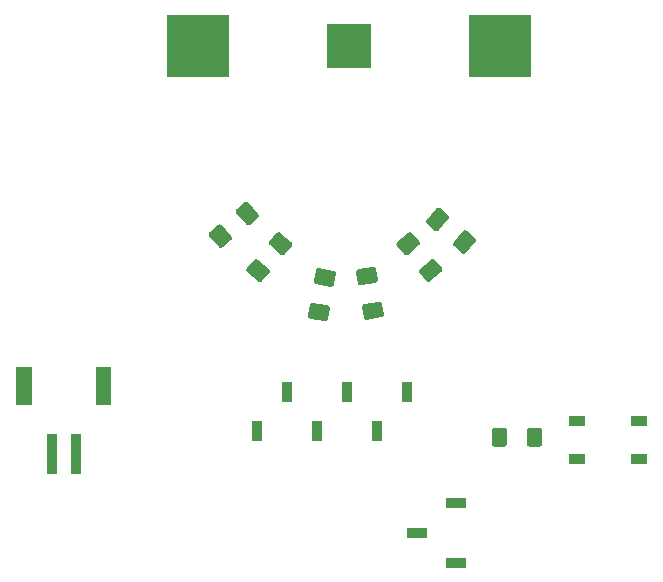
<source format=gbr>
G04 #@! TF.GenerationSoftware,KiCad,Pcbnew,5.1.5-52549c5~86~ubuntu18.04.1*
G04 #@! TF.CreationDate,2020-04-16T18:44:58-06:00*
G04 #@! TF.ProjectId,001,3030312e-6b69-4636-9164-5f7063625858,rev?*
G04 #@! TF.SameCoordinates,Original*
G04 #@! TF.FileFunction,Paste,Bot*
G04 #@! TF.FilePolarity,Positive*
%FSLAX46Y46*%
G04 Gerber Fmt 4.6, Leading zero omitted, Abs format (unit mm)*
G04 Created by KiCad (PCBNEW 5.1.5-52549c5~86~ubuntu18.04.1) date 2020-04-16 18:44:58*
%MOMM*%
%LPD*%
G04 APERTURE LIST*
%ADD10C,0.100000*%
%ADD11R,3.847600X3.847600*%
%ADD12R,5.347600X5.347600*%
%ADD13R,0.847600X3.347600*%
%ADD14R,1.747600X0.847600*%
%ADD15R,0.847600X1.747600*%
%ADD16R,1.397600X0.847600*%
G04 APERTURE END LIST*
D10*
G36*
X151638136Y-103550398D02*
G01*
X151661523Y-103553347D01*
X152860223Y-103764710D01*
X152883209Y-103769938D01*
X152905571Y-103777393D01*
X152927095Y-103787004D01*
X152947573Y-103798679D01*
X152966809Y-103812305D01*
X152984616Y-103827750D01*
X153000824Y-103844867D01*
X153015276Y-103863490D01*
X153027832Y-103883439D01*
X153038373Y-103904524D01*
X153046797Y-103926540D01*
X153053022Y-103949275D01*
X153056989Y-103972512D01*
X153058659Y-103996025D01*
X153058016Y-104019589D01*
X153055067Y-104042976D01*
X152900139Y-104921613D01*
X152894911Y-104944599D01*
X152887456Y-104966961D01*
X152877845Y-104988485D01*
X152866170Y-105008964D01*
X152852544Y-105028199D01*
X152837099Y-105046006D01*
X152819982Y-105062214D01*
X152801359Y-105076666D01*
X152781410Y-105089223D01*
X152760325Y-105099764D01*
X152738309Y-105108187D01*
X152715574Y-105114412D01*
X152692337Y-105118379D01*
X152668824Y-105120049D01*
X152645260Y-105119406D01*
X152621873Y-105116457D01*
X151423173Y-104905094D01*
X151400187Y-104899866D01*
X151377825Y-104892411D01*
X151356301Y-104882800D01*
X151335823Y-104871125D01*
X151316587Y-104857499D01*
X151298780Y-104842054D01*
X151282572Y-104824937D01*
X151268120Y-104806314D01*
X151255564Y-104786365D01*
X151245023Y-104765280D01*
X151236599Y-104743264D01*
X151230374Y-104720529D01*
X151226407Y-104697292D01*
X151224737Y-104673779D01*
X151225380Y-104650215D01*
X151228329Y-104626828D01*
X151383257Y-103748191D01*
X151388485Y-103725205D01*
X151395940Y-103702843D01*
X151405551Y-103681319D01*
X151417226Y-103660840D01*
X151430852Y-103641605D01*
X151446297Y-103623798D01*
X151463414Y-103607590D01*
X151482037Y-103593138D01*
X151501986Y-103580581D01*
X151523071Y-103570040D01*
X151545087Y-103561617D01*
X151567822Y-103555392D01*
X151591059Y-103551425D01*
X151614572Y-103549755D01*
X151638136Y-103550398D01*
G37*
G36*
X152154740Y-100620594D02*
G01*
X152178127Y-100623543D01*
X153376827Y-100834906D01*
X153399813Y-100840134D01*
X153422175Y-100847589D01*
X153443699Y-100857200D01*
X153464177Y-100868875D01*
X153483413Y-100882501D01*
X153501220Y-100897946D01*
X153517428Y-100915063D01*
X153531880Y-100933686D01*
X153544436Y-100953635D01*
X153554977Y-100974720D01*
X153563401Y-100996736D01*
X153569626Y-101019471D01*
X153573593Y-101042708D01*
X153575263Y-101066221D01*
X153574620Y-101089785D01*
X153571671Y-101113172D01*
X153416743Y-101991809D01*
X153411515Y-102014795D01*
X153404060Y-102037157D01*
X153394449Y-102058681D01*
X153382774Y-102079160D01*
X153369148Y-102098395D01*
X153353703Y-102116202D01*
X153336586Y-102132410D01*
X153317963Y-102146862D01*
X153298014Y-102159419D01*
X153276929Y-102169960D01*
X153254913Y-102178383D01*
X153232178Y-102184608D01*
X153208941Y-102188575D01*
X153185428Y-102190245D01*
X153161864Y-102189602D01*
X153138477Y-102186653D01*
X151939777Y-101975290D01*
X151916791Y-101970062D01*
X151894429Y-101962607D01*
X151872905Y-101952996D01*
X151852427Y-101941321D01*
X151833191Y-101927695D01*
X151815384Y-101912250D01*
X151799176Y-101895133D01*
X151784724Y-101876510D01*
X151772168Y-101856561D01*
X151761627Y-101835476D01*
X151753203Y-101813460D01*
X151746978Y-101790725D01*
X151743011Y-101767488D01*
X151741341Y-101743975D01*
X151741984Y-101720411D01*
X151744933Y-101697024D01*
X151899861Y-100818387D01*
X151905089Y-100795401D01*
X151912544Y-100773039D01*
X151922155Y-100751515D01*
X151933830Y-100731036D01*
X151947456Y-100711801D01*
X151962901Y-100693994D01*
X151980018Y-100677786D01*
X151998641Y-100663334D01*
X152018590Y-100650777D01*
X152039675Y-100640236D01*
X152061691Y-100631813D01*
X152084426Y-100625588D01*
X152107663Y-100621621D01*
X152131176Y-100619951D01*
X152154740Y-100620594D01*
G37*
G36*
X162261637Y-95520973D02*
G01*
X162284915Y-95524686D01*
X162307718Y-95530662D01*
X162329824Y-95538845D01*
X162351022Y-95549156D01*
X162371108Y-95561494D01*
X162389887Y-95575742D01*
X163073345Y-96149232D01*
X163090638Y-96165252D01*
X163106276Y-96182890D01*
X163120111Y-96201975D01*
X163132009Y-96222325D01*
X163141854Y-96243743D01*
X163149553Y-96266023D01*
X163155031Y-96288950D01*
X163158235Y-96312304D01*
X163159135Y-96335859D01*
X163157721Y-96359389D01*
X163154008Y-96382668D01*
X163148032Y-96405470D01*
X163139849Y-96427576D01*
X163129538Y-96448775D01*
X163117200Y-96468860D01*
X163102952Y-96487639D01*
X162320556Y-97420063D01*
X162304536Y-97437355D01*
X162286898Y-97452994D01*
X162267813Y-97466829D01*
X162247463Y-97478727D01*
X162226045Y-97488572D01*
X162203765Y-97496271D01*
X162180838Y-97501749D01*
X162157484Y-97504953D01*
X162133929Y-97505853D01*
X162110399Y-97504439D01*
X162087121Y-97500726D01*
X162064318Y-97494750D01*
X162042212Y-97486567D01*
X162021014Y-97476256D01*
X162000928Y-97463918D01*
X161982149Y-97449670D01*
X161298691Y-96876180D01*
X161281398Y-96860160D01*
X161265760Y-96842522D01*
X161251925Y-96823437D01*
X161240027Y-96803087D01*
X161230182Y-96781669D01*
X161222483Y-96759389D01*
X161217005Y-96736462D01*
X161213801Y-96713108D01*
X161212901Y-96689553D01*
X161214315Y-96666023D01*
X161218028Y-96642744D01*
X161224004Y-96619942D01*
X161232187Y-96597836D01*
X161242498Y-96576637D01*
X161254836Y-96556552D01*
X161269084Y-96537773D01*
X162051480Y-95605349D01*
X162067500Y-95588057D01*
X162085138Y-95572418D01*
X162104223Y-95558583D01*
X162124573Y-95546685D01*
X162145991Y-95536840D01*
X162168271Y-95529141D01*
X162191198Y-95523663D01*
X162214552Y-95520459D01*
X162238107Y-95519559D01*
X162261637Y-95520973D01*
G37*
G36*
X164540619Y-97433267D02*
G01*
X164563897Y-97436980D01*
X164586700Y-97442956D01*
X164608806Y-97451139D01*
X164630004Y-97461450D01*
X164650090Y-97473788D01*
X164668869Y-97488036D01*
X165352327Y-98061526D01*
X165369620Y-98077546D01*
X165385258Y-98095184D01*
X165399093Y-98114269D01*
X165410991Y-98134619D01*
X165420836Y-98156037D01*
X165428535Y-98178317D01*
X165434013Y-98201244D01*
X165437217Y-98224598D01*
X165438117Y-98248153D01*
X165436703Y-98271683D01*
X165432990Y-98294962D01*
X165427014Y-98317764D01*
X165418831Y-98339870D01*
X165408520Y-98361069D01*
X165396182Y-98381154D01*
X165381934Y-98399933D01*
X164599538Y-99332357D01*
X164583518Y-99349649D01*
X164565880Y-99365288D01*
X164546795Y-99379123D01*
X164526445Y-99391021D01*
X164505027Y-99400866D01*
X164482747Y-99408565D01*
X164459820Y-99414043D01*
X164436466Y-99417247D01*
X164412911Y-99418147D01*
X164389381Y-99416733D01*
X164366103Y-99413020D01*
X164343300Y-99407044D01*
X164321194Y-99398861D01*
X164299996Y-99388550D01*
X164279910Y-99376212D01*
X164261131Y-99361964D01*
X163577673Y-98788474D01*
X163560380Y-98772454D01*
X163544742Y-98754816D01*
X163530907Y-98735731D01*
X163519009Y-98715381D01*
X163509164Y-98693963D01*
X163501465Y-98671683D01*
X163495987Y-98648756D01*
X163492783Y-98625402D01*
X163491883Y-98601847D01*
X163493297Y-98578317D01*
X163497010Y-98555038D01*
X163502986Y-98532236D01*
X163511169Y-98510130D01*
X163521480Y-98488931D01*
X163533818Y-98468846D01*
X163548066Y-98450067D01*
X164330462Y-97517643D01*
X164346482Y-97500351D01*
X164364120Y-97484712D01*
X164383205Y-97470877D01*
X164403555Y-97458979D01*
X164424973Y-97449134D01*
X164447253Y-97441435D01*
X164470180Y-97435957D01*
X164493534Y-97432753D01*
X164517089Y-97431853D01*
X164540619Y-97433267D01*
G37*
G36*
X161811549Y-99862274D02*
G01*
X161834903Y-99865478D01*
X161857830Y-99870956D01*
X161880110Y-99878655D01*
X161901528Y-99888500D01*
X161921878Y-99900398D01*
X161940963Y-99914233D01*
X161958601Y-99929872D01*
X161974621Y-99947164D01*
X162548111Y-100630622D01*
X162562359Y-100649401D01*
X162574697Y-100669486D01*
X162585008Y-100690685D01*
X162593191Y-100712791D01*
X162599167Y-100735593D01*
X162602880Y-100758872D01*
X162604294Y-100782402D01*
X162603394Y-100805957D01*
X162600190Y-100829311D01*
X162594712Y-100852238D01*
X162587013Y-100874518D01*
X162577168Y-100895936D01*
X162565270Y-100916286D01*
X162551435Y-100935371D01*
X162535797Y-100953009D01*
X162518504Y-100969029D01*
X161586080Y-101751425D01*
X161567301Y-101765673D01*
X161547215Y-101778011D01*
X161526017Y-101788322D01*
X161503911Y-101796505D01*
X161481108Y-101802481D01*
X161457830Y-101806194D01*
X161434300Y-101807608D01*
X161410745Y-101806708D01*
X161387391Y-101803504D01*
X161364464Y-101798026D01*
X161342184Y-101790327D01*
X161320766Y-101780482D01*
X161300416Y-101768584D01*
X161281331Y-101754749D01*
X161263693Y-101739110D01*
X161247673Y-101721818D01*
X160674183Y-101038360D01*
X160659935Y-101019581D01*
X160647597Y-100999496D01*
X160637286Y-100978297D01*
X160629103Y-100956191D01*
X160623127Y-100933389D01*
X160619414Y-100910110D01*
X160618000Y-100886580D01*
X160618900Y-100863025D01*
X160622104Y-100839671D01*
X160627582Y-100816744D01*
X160635281Y-100794464D01*
X160645126Y-100773046D01*
X160657024Y-100752696D01*
X160670859Y-100733611D01*
X160686497Y-100715973D01*
X160703790Y-100699953D01*
X161636214Y-99917557D01*
X161654993Y-99903309D01*
X161675079Y-99890971D01*
X161696277Y-99880660D01*
X161718383Y-99872477D01*
X161741186Y-99866501D01*
X161764464Y-99862788D01*
X161787994Y-99861374D01*
X161811549Y-99862274D01*
G37*
G36*
X159899255Y-97583292D02*
G01*
X159922609Y-97586496D01*
X159945536Y-97591974D01*
X159967816Y-97599673D01*
X159989234Y-97609518D01*
X160009584Y-97621416D01*
X160028669Y-97635251D01*
X160046307Y-97650890D01*
X160062327Y-97668182D01*
X160635817Y-98351640D01*
X160650065Y-98370419D01*
X160662403Y-98390504D01*
X160672714Y-98411703D01*
X160680897Y-98433809D01*
X160686873Y-98456611D01*
X160690586Y-98479890D01*
X160692000Y-98503420D01*
X160691100Y-98526975D01*
X160687896Y-98550329D01*
X160682418Y-98573256D01*
X160674719Y-98595536D01*
X160664874Y-98616954D01*
X160652976Y-98637304D01*
X160639141Y-98656389D01*
X160623503Y-98674027D01*
X160606210Y-98690047D01*
X159673786Y-99472443D01*
X159655007Y-99486691D01*
X159634921Y-99499029D01*
X159613723Y-99509340D01*
X159591617Y-99517523D01*
X159568814Y-99523499D01*
X159545536Y-99527212D01*
X159522006Y-99528626D01*
X159498451Y-99527726D01*
X159475097Y-99524522D01*
X159452170Y-99519044D01*
X159429890Y-99511345D01*
X159408472Y-99501500D01*
X159388122Y-99489602D01*
X159369037Y-99475767D01*
X159351399Y-99460128D01*
X159335379Y-99442836D01*
X158761889Y-98759378D01*
X158747641Y-98740599D01*
X158735303Y-98720514D01*
X158724992Y-98699315D01*
X158716809Y-98677209D01*
X158710833Y-98654407D01*
X158707120Y-98631128D01*
X158705706Y-98607598D01*
X158706606Y-98584043D01*
X158709810Y-98560689D01*
X158715288Y-98537762D01*
X158722987Y-98515482D01*
X158732832Y-98494064D01*
X158744730Y-98473714D01*
X158758565Y-98454629D01*
X158774203Y-98436991D01*
X158791496Y-98420971D01*
X159723920Y-97638575D01*
X159742699Y-97624327D01*
X159762785Y-97611989D01*
X159783983Y-97601678D01*
X159806089Y-97593495D01*
X159828892Y-97587519D01*
X159852170Y-97583806D01*
X159875700Y-97582392D01*
X159899255Y-97583292D01*
G37*
G36*
X156756337Y-100520021D02*
G01*
X156779574Y-100523988D01*
X156802309Y-100530213D01*
X156824325Y-100538637D01*
X156845410Y-100549178D01*
X156865359Y-100561734D01*
X156883982Y-100576186D01*
X156901099Y-100592394D01*
X156916544Y-100610201D01*
X156930170Y-100629437D01*
X156941845Y-100649915D01*
X156951456Y-100671439D01*
X156958911Y-100693801D01*
X156964139Y-100716787D01*
X157119067Y-101595424D01*
X157122016Y-101618811D01*
X157122659Y-101642375D01*
X157120989Y-101665888D01*
X157117022Y-101689125D01*
X157110797Y-101711860D01*
X157102374Y-101733876D01*
X157091833Y-101754961D01*
X157079276Y-101774910D01*
X157064824Y-101793533D01*
X157048616Y-101810650D01*
X157030809Y-101826095D01*
X157011574Y-101839721D01*
X156991095Y-101851396D01*
X156969571Y-101861007D01*
X156947209Y-101868462D01*
X156924223Y-101873690D01*
X155725523Y-102085053D01*
X155702136Y-102088002D01*
X155678572Y-102088645D01*
X155655059Y-102086975D01*
X155631822Y-102083008D01*
X155609087Y-102076783D01*
X155587071Y-102068359D01*
X155565986Y-102057818D01*
X155546037Y-102045262D01*
X155527414Y-102030810D01*
X155510297Y-102014602D01*
X155494852Y-101996795D01*
X155481226Y-101977559D01*
X155469551Y-101957081D01*
X155459940Y-101935557D01*
X155452485Y-101913195D01*
X155447257Y-101890209D01*
X155292329Y-101011572D01*
X155289380Y-100988185D01*
X155288737Y-100964621D01*
X155290407Y-100941108D01*
X155294374Y-100917871D01*
X155300599Y-100895136D01*
X155309022Y-100873120D01*
X155319563Y-100852035D01*
X155332120Y-100832086D01*
X155346572Y-100813463D01*
X155362780Y-100796346D01*
X155380587Y-100780901D01*
X155399822Y-100767275D01*
X155420301Y-100755600D01*
X155441825Y-100745989D01*
X155464187Y-100738534D01*
X155487173Y-100733306D01*
X156685873Y-100521943D01*
X156709260Y-100518994D01*
X156732824Y-100518351D01*
X156756337Y-100520021D01*
G37*
G36*
X157272941Y-103449825D02*
G01*
X157296178Y-103453792D01*
X157318913Y-103460017D01*
X157340929Y-103468441D01*
X157362014Y-103478982D01*
X157381963Y-103491538D01*
X157400586Y-103505990D01*
X157417703Y-103522198D01*
X157433148Y-103540005D01*
X157446774Y-103559241D01*
X157458449Y-103579719D01*
X157468060Y-103601243D01*
X157475515Y-103623605D01*
X157480743Y-103646591D01*
X157635671Y-104525228D01*
X157638620Y-104548615D01*
X157639263Y-104572179D01*
X157637593Y-104595692D01*
X157633626Y-104618929D01*
X157627401Y-104641664D01*
X157618978Y-104663680D01*
X157608437Y-104684765D01*
X157595880Y-104704714D01*
X157581428Y-104723337D01*
X157565220Y-104740454D01*
X157547413Y-104755899D01*
X157528178Y-104769525D01*
X157507699Y-104781200D01*
X157486175Y-104790811D01*
X157463813Y-104798266D01*
X157440827Y-104803494D01*
X156242127Y-105014857D01*
X156218740Y-105017806D01*
X156195176Y-105018449D01*
X156171663Y-105016779D01*
X156148426Y-105012812D01*
X156125691Y-105006587D01*
X156103675Y-104998163D01*
X156082590Y-104987622D01*
X156062641Y-104975066D01*
X156044018Y-104960614D01*
X156026901Y-104944406D01*
X156011456Y-104926599D01*
X155997830Y-104907363D01*
X155986155Y-104886885D01*
X155976544Y-104865361D01*
X155969089Y-104842999D01*
X155963861Y-104820013D01*
X155808933Y-103941376D01*
X155805984Y-103917989D01*
X155805341Y-103894425D01*
X155807011Y-103870912D01*
X155810978Y-103847675D01*
X155817203Y-103824940D01*
X155825626Y-103802924D01*
X155836167Y-103781839D01*
X155848724Y-103761890D01*
X155863176Y-103743267D01*
X155879384Y-103726150D01*
X155897191Y-103710705D01*
X155916426Y-103697079D01*
X155936905Y-103685404D01*
X155958429Y-103675793D01*
X155980791Y-103668338D01*
X156003777Y-103663110D01*
X157202477Y-103451747D01*
X157225864Y-103448798D01*
X157249428Y-103448155D01*
X157272941Y-103449825D01*
G37*
G36*
X148757830Y-97583806D02*
G01*
X148781109Y-97587519D01*
X148803911Y-97593495D01*
X148826017Y-97601678D01*
X148847216Y-97611989D01*
X148867301Y-97624327D01*
X148886080Y-97638575D01*
X149818504Y-98420971D01*
X149835796Y-98436991D01*
X149851435Y-98454629D01*
X149865270Y-98473714D01*
X149877168Y-98494064D01*
X149887013Y-98515482D01*
X149894712Y-98537762D01*
X149900190Y-98560689D01*
X149903394Y-98584043D01*
X149904294Y-98607598D01*
X149902880Y-98631128D01*
X149899167Y-98654406D01*
X149893191Y-98677209D01*
X149885008Y-98699315D01*
X149874697Y-98720513D01*
X149862359Y-98740599D01*
X149848111Y-98759378D01*
X149274621Y-99442836D01*
X149258601Y-99460129D01*
X149240963Y-99475767D01*
X149221878Y-99489602D01*
X149201528Y-99501500D01*
X149180110Y-99511345D01*
X149157830Y-99519044D01*
X149134903Y-99524522D01*
X149111549Y-99527726D01*
X149087994Y-99528626D01*
X149064464Y-99527212D01*
X149041185Y-99523499D01*
X149018383Y-99517523D01*
X148996277Y-99509340D01*
X148975078Y-99499029D01*
X148954993Y-99486691D01*
X148936214Y-99472443D01*
X148003790Y-98690047D01*
X147986498Y-98674027D01*
X147970859Y-98656389D01*
X147957024Y-98637304D01*
X147945126Y-98616954D01*
X147935281Y-98595536D01*
X147927582Y-98573256D01*
X147922104Y-98550329D01*
X147918900Y-98526975D01*
X147918000Y-98503420D01*
X147919414Y-98479890D01*
X147923127Y-98456612D01*
X147929103Y-98433809D01*
X147937286Y-98411703D01*
X147947597Y-98390505D01*
X147959935Y-98370419D01*
X147974183Y-98351640D01*
X148547673Y-97668182D01*
X148563693Y-97650889D01*
X148581331Y-97635251D01*
X148600416Y-97621416D01*
X148620766Y-97609518D01*
X148642184Y-97599673D01*
X148664464Y-97591974D01*
X148687391Y-97586496D01*
X148710745Y-97583292D01*
X148734300Y-97582392D01*
X148757830Y-97583806D01*
G37*
G36*
X146845536Y-99862788D02*
G01*
X146868815Y-99866501D01*
X146891617Y-99872477D01*
X146913723Y-99880660D01*
X146934922Y-99890971D01*
X146955007Y-99903309D01*
X146973786Y-99917557D01*
X147906210Y-100699953D01*
X147923502Y-100715973D01*
X147939141Y-100733611D01*
X147952976Y-100752696D01*
X147964874Y-100773046D01*
X147974719Y-100794464D01*
X147982418Y-100816744D01*
X147987896Y-100839671D01*
X147991100Y-100863025D01*
X147992000Y-100886580D01*
X147990586Y-100910110D01*
X147986873Y-100933388D01*
X147980897Y-100956191D01*
X147972714Y-100978297D01*
X147962403Y-100999495D01*
X147950065Y-101019581D01*
X147935817Y-101038360D01*
X147362327Y-101721818D01*
X147346307Y-101739111D01*
X147328669Y-101754749D01*
X147309584Y-101768584D01*
X147289234Y-101780482D01*
X147267816Y-101790327D01*
X147245536Y-101798026D01*
X147222609Y-101803504D01*
X147199255Y-101806708D01*
X147175700Y-101807608D01*
X147152170Y-101806194D01*
X147128891Y-101802481D01*
X147106089Y-101796505D01*
X147083983Y-101788322D01*
X147062784Y-101778011D01*
X147042699Y-101765673D01*
X147023920Y-101751425D01*
X146091496Y-100969029D01*
X146074204Y-100953009D01*
X146058565Y-100935371D01*
X146044730Y-100916286D01*
X146032832Y-100895936D01*
X146022987Y-100874518D01*
X146015288Y-100852238D01*
X146009810Y-100829311D01*
X146006606Y-100805957D01*
X146005706Y-100782402D01*
X146007120Y-100758872D01*
X146010833Y-100735594D01*
X146016809Y-100712791D01*
X146024992Y-100690685D01*
X146035303Y-100669487D01*
X146047641Y-100649401D01*
X146061889Y-100630622D01*
X146635379Y-99947164D01*
X146651399Y-99929871D01*
X146669037Y-99914233D01*
X146688122Y-99900398D01*
X146708472Y-99888500D01*
X146729890Y-99878655D01*
X146752170Y-99870956D01*
X146775097Y-99865478D01*
X146798451Y-99862274D01*
X146822006Y-99861374D01*
X146845536Y-99862788D01*
G37*
G36*
X143760866Y-96924753D02*
G01*
X143784220Y-96927957D01*
X143807147Y-96933435D01*
X143829427Y-96941134D01*
X143850845Y-96950979D01*
X143871195Y-96962877D01*
X143890280Y-96976712D01*
X143907918Y-96992350D01*
X143923938Y-97009643D01*
X144706334Y-97942067D01*
X144720582Y-97960846D01*
X144732920Y-97980932D01*
X144743231Y-98002130D01*
X144751414Y-98024236D01*
X144757390Y-98047039D01*
X144761103Y-98070317D01*
X144762517Y-98093847D01*
X144761617Y-98117402D01*
X144758413Y-98140756D01*
X144752935Y-98163683D01*
X144745236Y-98185963D01*
X144735391Y-98207381D01*
X144723493Y-98227731D01*
X144709658Y-98246816D01*
X144694019Y-98264454D01*
X144676727Y-98280474D01*
X143993269Y-98853964D01*
X143974490Y-98868212D01*
X143954405Y-98880550D01*
X143933206Y-98890861D01*
X143911100Y-98899044D01*
X143888298Y-98905020D01*
X143865019Y-98908733D01*
X143841489Y-98910147D01*
X143817934Y-98909247D01*
X143794580Y-98906043D01*
X143771653Y-98900565D01*
X143749373Y-98892866D01*
X143727955Y-98883021D01*
X143707605Y-98871123D01*
X143688520Y-98857288D01*
X143670882Y-98841650D01*
X143654862Y-98824357D01*
X142872466Y-97891933D01*
X142858218Y-97873154D01*
X142845880Y-97853068D01*
X142835569Y-97831870D01*
X142827386Y-97809764D01*
X142821410Y-97786961D01*
X142817697Y-97763683D01*
X142816283Y-97740153D01*
X142817183Y-97716598D01*
X142820387Y-97693244D01*
X142825865Y-97670317D01*
X142833564Y-97648037D01*
X142843409Y-97626619D01*
X142855307Y-97606269D01*
X142869142Y-97587184D01*
X142884781Y-97569546D01*
X142902073Y-97553526D01*
X143585531Y-96980036D01*
X143604310Y-96965788D01*
X143624395Y-96953450D01*
X143645594Y-96943139D01*
X143667700Y-96934956D01*
X143690502Y-96928980D01*
X143713781Y-96925267D01*
X143737311Y-96923853D01*
X143760866Y-96924753D01*
G37*
G36*
X146039848Y-95012459D02*
G01*
X146063202Y-95015663D01*
X146086129Y-95021141D01*
X146108409Y-95028840D01*
X146129827Y-95038685D01*
X146150177Y-95050583D01*
X146169262Y-95064418D01*
X146186900Y-95080056D01*
X146202920Y-95097349D01*
X146985316Y-96029773D01*
X146999564Y-96048552D01*
X147011902Y-96068638D01*
X147022213Y-96089836D01*
X147030396Y-96111942D01*
X147036372Y-96134745D01*
X147040085Y-96158023D01*
X147041499Y-96181553D01*
X147040599Y-96205108D01*
X147037395Y-96228462D01*
X147031917Y-96251389D01*
X147024218Y-96273669D01*
X147014373Y-96295087D01*
X147002475Y-96315437D01*
X146988640Y-96334522D01*
X146973001Y-96352160D01*
X146955709Y-96368180D01*
X146272251Y-96941670D01*
X146253472Y-96955918D01*
X146233387Y-96968256D01*
X146212188Y-96978567D01*
X146190082Y-96986750D01*
X146167280Y-96992726D01*
X146144001Y-96996439D01*
X146120471Y-96997853D01*
X146096916Y-96996953D01*
X146073562Y-96993749D01*
X146050635Y-96988271D01*
X146028355Y-96980572D01*
X146006937Y-96970727D01*
X145986587Y-96958829D01*
X145967502Y-96944994D01*
X145949864Y-96929356D01*
X145933844Y-96912063D01*
X145151448Y-95979639D01*
X145137200Y-95960860D01*
X145124862Y-95940774D01*
X145114551Y-95919576D01*
X145106368Y-95897470D01*
X145100392Y-95874667D01*
X145096679Y-95851389D01*
X145095265Y-95827859D01*
X145096165Y-95804304D01*
X145099369Y-95780950D01*
X145104847Y-95758023D01*
X145112546Y-95735743D01*
X145122391Y-95714325D01*
X145134289Y-95693975D01*
X145148124Y-95674890D01*
X145163763Y-95657252D01*
X145181055Y-95641232D01*
X145864513Y-95067742D01*
X145883292Y-95053494D01*
X145903377Y-95041156D01*
X145924576Y-95030845D01*
X145946682Y-95022662D01*
X145969484Y-95016686D01*
X145992763Y-95012973D01*
X146016293Y-95011559D01*
X146039848Y-95012459D01*
G37*
D11*
X154686000Y-81788000D03*
D12*
X141886000Y-81788000D03*
X167486000Y-81788000D03*
D10*
G36*
X127861567Y-108987297D02*
G01*
X127863530Y-108987588D01*
X127865454Y-108988070D01*
X127867322Y-108988739D01*
X127869115Y-108989587D01*
X127870816Y-108990607D01*
X127872410Y-108991788D01*
X127873879Y-108993121D01*
X127875212Y-108994590D01*
X127876393Y-108996184D01*
X127877413Y-108997885D01*
X127878261Y-108999678D01*
X127878930Y-109001546D01*
X127879412Y-109003470D01*
X127879703Y-109005433D01*
X127879800Y-109007414D01*
X127879800Y-112214586D01*
X127879703Y-112216567D01*
X127879412Y-112218530D01*
X127878930Y-112220454D01*
X127878261Y-112222322D01*
X127877413Y-112224115D01*
X127876393Y-112225816D01*
X127875212Y-112227410D01*
X127873879Y-112228879D01*
X127872410Y-112230212D01*
X127870816Y-112231393D01*
X127869115Y-112232413D01*
X127867322Y-112233261D01*
X127865454Y-112233930D01*
X127863530Y-112234412D01*
X127861567Y-112234703D01*
X127859586Y-112234800D01*
X126552414Y-112234800D01*
X126550433Y-112234703D01*
X126548470Y-112234412D01*
X126546546Y-112233930D01*
X126544678Y-112233261D01*
X126542885Y-112232413D01*
X126541184Y-112231393D01*
X126539590Y-112230212D01*
X126538121Y-112228879D01*
X126536788Y-112227410D01*
X126535607Y-112225816D01*
X126534587Y-112224115D01*
X126533739Y-112222322D01*
X126533070Y-112220454D01*
X126532588Y-112218530D01*
X126532297Y-112216567D01*
X126532200Y-112214586D01*
X126532200Y-109007414D01*
X126532297Y-109005433D01*
X126532588Y-109003470D01*
X126533070Y-109001546D01*
X126533739Y-108999678D01*
X126534587Y-108997885D01*
X126535607Y-108996184D01*
X126536788Y-108994590D01*
X126538121Y-108993121D01*
X126539590Y-108991788D01*
X126541184Y-108990607D01*
X126542885Y-108989587D01*
X126544678Y-108988739D01*
X126546546Y-108988070D01*
X126548470Y-108987588D01*
X126550433Y-108987297D01*
X126552414Y-108987200D01*
X127859586Y-108987200D01*
X127861567Y-108987297D01*
G37*
G36*
X134561567Y-108987297D02*
G01*
X134563530Y-108987588D01*
X134565454Y-108988070D01*
X134567322Y-108988739D01*
X134569115Y-108989587D01*
X134570816Y-108990607D01*
X134572410Y-108991788D01*
X134573879Y-108993121D01*
X134575212Y-108994590D01*
X134576393Y-108996184D01*
X134577413Y-108997885D01*
X134578261Y-108999678D01*
X134578930Y-109001546D01*
X134579412Y-109003470D01*
X134579703Y-109005433D01*
X134579800Y-109007414D01*
X134579800Y-112214586D01*
X134579703Y-112216567D01*
X134579412Y-112218530D01*
X134578930Y-112220454D01*
X134578261Y-112222322D01*
X134577413Y-112224115D01*
X134576393Y-112225816D01*
X134575212Y-112227410D01*
X134573879Y-112228879D01*
X134572410Y-112230212D01*
X134570816Y-112231393D01*
X134569115Y-112232413D01*
X134567322Y-112233261D01*
X134565454Y-112233930D01*
X134563530Y-112234412D01*
X134561567Y-112234703D01*
X134559586Y-112234800D01*
X133252414Y-112234800D01*
X133250433Y-112234703D01*
X133248470Y-112234412D01*
X133246546Y-112233930D01*
X133244678Y-112233261D01*
X133242885Y-112232413D01*
X133241184Y-112231393D01*
X133239590Y-112230212D01*
X133238121Y-112228879D01*
X133236788Y-112227410D01*
X133235607Y-112225816D01*
X133234587Y-112224115D01*
X133233739Y-112222322D01*
X133233070Y-112220454D01*
X133232588Y-112218530D01*
X133232297Y-112216567D01*
X133232200Y-112214586D01*
X133232200Y-109007414D01*
X133232297Y-109005433D01*
X133232588Y-109003470D01*
X133233070Y-109001546D01*
X133233739Y-108999678D01*
X133234587Y-108997885D01*
X133235607Y-108996184D01*
X133236788Y-108994590D01*
X133238121Y-108993121D01*
X133239590Y-108991788D01*
X133241184Y-108990607D01*
X133242885Y-108989587D01*
X133244678Y-108988739D01*
X133246546Y-108988070D01*
X133248470Y-108987588D01*
X133250433Y-108987297D01*
X133252414Y-108987200D01*
X134559586Y-108987200D01*
X134561567Y-108987297D01*
G37*
D13*
X129556000Y-116361000D03*
D10*
G36*
X131968332Y-114687261D02*
G01*
X131969566Y-114687444D01*
X131970777Y-114687747D01*
X131971951Y-114688168D01*
X131973079Y-114688701D01*
X131974150Y-114689343D01*
X131975152Y-114690086D01*
X131976076Y-114690924D01*
X131976914Y-114691848D01*
X131977657Y-114692850D01*
X131978299Y-114693921D01*
X131978832Y-114695049D01*
X131979253Y-114696223D01*
X131979556Y-114697434D01*
X131979739Y-114698668D01*
X131979800Y-114699914D01*
X131979800Y-118022086D01*
X131979739Y-118023332D01*
X131979556Y-118024566D01*
X131979253Y-118025777D01*
X131978832Y-118026951D01*
X131978299Y-118028079D01*
X131977657Y-118029150D01*
X131976914Y-118030152D01*
X131976076Y-118031076D01*
X131975152Y-118031914D01*
X131974150Y-118032657D01*
X131973079Y-118033299D01*
X131971951Y-118033832D01*
X131970777Y-118034253D01*
X131969566Y-118034556D01*
X131968332Y-118034739D01*
X131967086Y-118034800D01*
X131144914Y-118034800D01*
X131143668Y-118034739D01*
X131142434Y-118034556D01*
X131141223Y-118034253D01*
X131140049Y-118033832D01*
X131138921Y-118033299D01*
X131137850Y-118032657D01*
X131136848Y-118031914D01*
X131135924Y-118031076D01*
X131135086Y-118030152D01*
X131134343Y-118029150D01*
X131133701Y-118028079D01*
X131133168Y-118026951D01*
X131132747Y-118025777D01*
X131132444Y-118024566D01*
X131132261Y-118023332D01*
X131132200Y-118022086D01*
X131132200Y-114699914D01*
X131132261Y-114698668D01*
X131132444Y-114697434D01*
X131132747Y-114696223D01*
X131133168Y-114695049D01*
X131133701Y-114693921D01*
X131134343Y-114692850D01*
X131135086Y-114691848D01*
X131135924Y-114690924D01*
X131136848Y-114690086D01*
X131137850Y-114689343D01*
X131138921Y-114688701D01*
X131140049Y-114688168D01*
X131141223Y-114687747D01*
X131142434Y-114687444D01*
X131143668Y-114687261D01*
X131144914Y-114687200D01*
X131967086Y-114687200D01*
X131968332Y-114687261D01*
G37*
D14*
X163727400Y-125603000D03*
X160427400Y-123063000D03*
X163727400Y-120523000D03*
D15*
X159588200Y-111126000D03*
X157048200Y-114426000D03*
X154508200Y-111126000D03*
X151968200Y-114426000D03*
X149428200Y-111126000D03*
X146888200Y-114426000D03*
D10*
G36*
X167857421Y-114137275D02*
G01*
X167879093Y-114140490D01*
X167900347Y-114145814D01*
X167920976Y-114153195D01*
X167940782Y-114162563D01*
X167959575Y-114173827D01*
X167977174Y-114186878D01*
X167993408Y-114201592D01*
X168008122Y-114217826D01*
X168021173Y-114235425D01*
X168032437Y-114254218D01*
X168041805Y-114274024D01*
X168049186Y-114294653D01*
X168054510Y-114315907D01*
X168057725Y-114337579D01*
X168058800Y-114359463D01*
X168058800Y-115510537D01*
X168057725Y-115532421D01*
X168054510Y-115554093D01*
X168049186Y-115575347D01*
X168041805Y-115595976D01*
X168032437Y-115615782D01*
X168021173Y-115634575D01*
X168008122Y-115652174D01*
X167993408Y-115668408D01*
X167977174Y-115683122D01*
X167959575Y-115696173D01*
X167940782Y-115707437D01*
X167920976Y-115716805D01*
X167900347Y-115724186D01*
X167879093Y-115729510D01*
X167857421Y-115732725D01*
X167835537Y-115733800D01*
X167009463Y-115733800D01*
X166987579Y-115732725D01*
X166965907Y-115729510D01*
X166944653Y-115724186D01*
X166924024Y-115716805D01*
X166904218Y-115707437D01*
X166885425Y-115696173D01*
X166867826Y-115683122D01*
X166851592Y-115668408D01*
X166836878Y-115652174D01*
X166823827Y-115634575D01*
X166812563Y-115615782D01*
X166803195Y-115595976D01*
X166795814Y-115575347D01*
X166790490Y-115554093D01*
X166787275Y-115532421D01*
X166786200Y-115510537D01*
X166786200Y-114359463D01*
X166787275Y-114337579D01*
X166790490Y-114315907D01*
X166795814Y-114294653D01*
X166803195Y-114274024D01*
X166812563Y-114254218D01*
X166823827Y-114235425D01*
X166836878Y-114217826D01*
X166851592Y-114201592D01*
X166867826Y-114186878D01*
X166885425Y-114173827D01*
X166904218Y-114162563D01*
X166924024Y-114153195D01*
X166944653Y-114145814D01*
X166965907Y-114140490D01*
X166987579Y-114137275D01*
X167009463Y-114136200D01*
X167835537Y-114136200D01*
X167857421Y-114137275D01*
G37*
G36*
X170832421Y-114137275D02*
G01*
X170854093Y-114140490D01*
X170875347Y-114145814D01*
X170895976Y-114153195D01*
X170915782Y-114162563D01*
X170934575Y-114173827D01*
X170952174Y-114186878D01*
X170968408Y-114201592D01*
X170983122Y-114217826D01*
X170996173Y-114235425D01*
X171007437Y-114254218D01*
X171016805Y-114274024D01*
X171024186Y-114294653D01*
X171029510Y-114315907D01*
X171032725Y-114337579D01*
X171033800Y-114359463D01*
X171033800Y-115510537D01*
X171032725Y-115532421D01*
X171029510Y-115554093D01*
X171024186Y-115575347D01*
X171016805Y-115595976D01*
X171007437Y-115615782D01*
X170996173Y-115634575D01*
X170983122Y-115652174D01*
X170968408Y-115668408D01*
X170952174Y-115683122D01*
X170934575Y-115696173D01*
X170915782Y-115707437D01*
X170895976Y-115716805D01*
X170875347Y-115724186D01*
X170854093Y-115729510D01*
X170832421Y-115732725D01*
X170810537Y-115733800D01*
X169984463Y-115733800D01*
X169962579Y-115732725D01*
X169940907Y-115729510D01*
X169919653Y-115724186D01*
X169899024Y-115716805D01*
X169879218Y-115707437D01*
X169860425Y-115696173D01*
X169842826Y-115683122D01*
X169826592Y-115668408D01*
X169811878Y-115652174D01*
X169798827Y-115634575D01*
X169787563Y-115615782D01*
X169778195Y-115595976D01*
X169770814Y-115575347D01*
X169765490Y-115554093D01*
X169762275Y-115532421D01*
X169761200Y-115510537D01*
X169761200Y-114359463D01*
X169762275Y-114337579D01*
X169765490Y-114315907D01*
X169770814Y-114294653D01*
X169778195Y-114274024D01*
X169787563Y-114254218D01*
X169798827Y-114235425D01*
X169811878Y-114217826D01*
X169826592Y-114201592D01*
X169842826Y-114186878D01*
X169860425Y-114173827D01*
X169879218Y-114162563D01*
X169899024Y-114153195D01*
X169919653Y-114145814D01*
X169940907Y-114140490D01*
X169962579Y-114137275D01*
X169984463Y-114136200D01*
X170810537Y-114136200D01*
X170832421Y-114137275D01*
G37*
D16*
X179282000Y-113589000D03*
X174032000Y-113589000D03*
X179282000Y-116789000D03*
X174032000Y-116789000D03*
M02*

</source>
